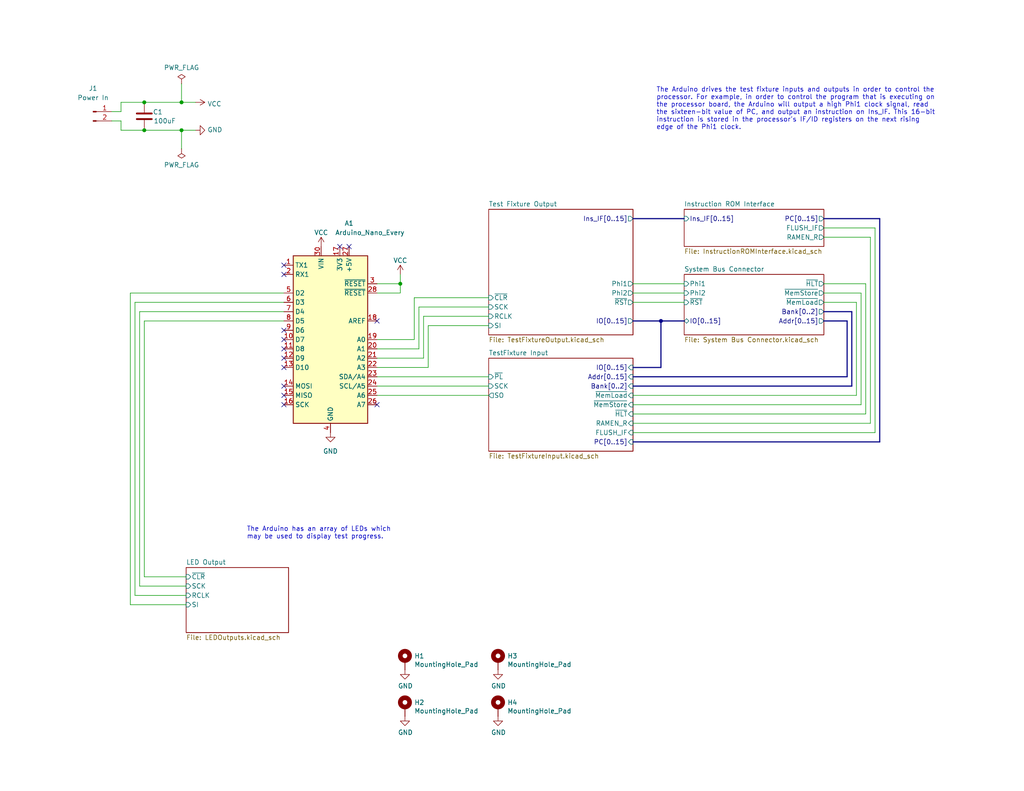
<source format=kicad_sch>
(kicad_sch (version 20250114) (generator "eeschema") (generator_version "9.0")
  (paper "USLetter")
  (title_block (title "Turtle16: Processor Board Test Fixture") (date "2023-11-27") (rev "A") (comment 3 "Tests the processor through the system bus interface.") (comment 4 "Test fixture for the Turtle16 processor board."))
  (lib_symbols
    (symbol "Connector:Conn_01x02_Pin" (pin_names (offset 1.016) (hide yes))
      (property "Reference" "J" (at 0 2.54 0))
      (property "Value" "Conn_01x02_Pin" (at 0 -5.08 0))
      (symbol "Conn_01x02_Pin_1_1"
        (rectangle (start 0.8636 0.127) (end 0 -0.127) (stroke (width 0.1524)) (fill (type outline)))
        (rectangle (start 0.8636 -2.413) (end 0 -2.667) (stroke (width 0.1524)) (fill (type outline)))
        (polyline (pts (xy 1.27 0) (xy 0.8636 0)) (stroke (width 0.1524)))
        (polyline (pts (xy 1.27 -2.54) (xy 0.8636 -2.54)) (stroke (width 0.1524)))
        (pin passive line (at 5.08 0 180) (length 3.81) (name "Pin_1") (number "1"))
        (pin passive line (at 5.08 -2.54 180) (length 3.81) (name "Pin_2") (number "2"))
      )
    )
    (symbol "Device:C" (pin_numbers (hide yes)) (pin_names (offset 0.254))
      (property "Reference" "C" (at 0.635 2.54 0))
      (property "Value" "C" (at 0.635 -2.54 0))
      (symbol "C_0_1"
        (polyline (pts (xy -2.032 0.762) (xy 2.032 0.762)) (stroke (width 0.508)))
        (polyline (pts (xy -2.032 -0.762) (xy 2.032 -0.762)) (stroke (width 0.508)))
      )
      (symbol "C_1_1"
        (pin passive line (at 0 3.81 270) (length 2.794) (name "~") (number "1"))
        (pin passive line (at 0 -3.81 90) (length 2.794) (name "~") (number "2"))
      )
    )
    (symbol "MCU_Module:Arduino_Nano_Every"
      (property "Reference" "A" (at -10.16 23.495 0))
      (property "Value" "Arduino_Nano_Every" (at 5.08 -24.13 0))
      (symbol "Arduino_Nano_Every_0_1"
        (rectangle (start -10.16 22.86) (end 10.16 -22.86) (stroke (width 0.254)) (fill (type background)))
      )
      (symbol "Arduino_Nano_Every_1_1"
        (pin bidirectional line (at -12.7 20.32 0) (length 2.54) (name "TX1") (number "1"))
        (pin bidirectional line (at -12.7 17.78 0) (length 2.54) (name "RX1") (number "2"))
        (pin bidirectional line (at -12.7 12.7 0) (length 2.54) (name "D2") (number "5"))
        (pin bidirectional line (at -12.7 10.16 0) (length 2.54) (name "D3") (number "6"))
        (pin bidirectional line (at -12.7 7.62 0) (length 2.54) (name "D4") (number "7"))
        (pin bidirectional line (at -12.7 5.08 0) (length 2.54) (name "D5") (number "8"))
        (pin bidirectional line (at -12.7 2.54 0) (length 2.54) (name "D6") (number "9"))
        (pin bidirectional line (at -12.7 0 0) (length 2.54) (name "D7") (number "10"))
        (pin bidirectional line (at -12.7 -2.54 0) (length 2.54) (name "D8") (number "11"))
        (pin bidirectional line (at -12.7 -5.08 0) (length 2.54) (name "D9") (number "12"))
        (pin bidirectional line (at -12.7 -7.62 0) (length 2.54) (name "D10") (number "13"))
        (pin bidirectional line (at -12.7 -12.7 0) (length 2.54) (name "MOSI") (number "14"))
        (pin bidirectional line (at -12.7 -15.24 0) (length 2.54) (name "MISO") (number "15"))
        (pin bidirectional line (at -12.7 -17.78 0) (length 2.54) (name "SCK") (number "16"))
        (pin power_in line (at -2.54 25.4 270) (length 2.54) (name "VIN") (number "30"))
        (pin passive line (at 0 -25.4 90) (length 2.54) (hide yes) (name "GND") (number "29"))
        (pin power_in line (at 0 -25.4 90) (length 2.54) (name "GND") (number "4"))
        (pin power_out line (at 2.54 25.4 270) (length 2.54) (name "3V3") (number "17"))
        (pin power_out line (at 5.08 25.4 270) (length 2.54) (name "+5V") (number "27"))
        (pin input line (at 12.7 15.24 180) (length 2.54) (name "~{RESET}") (number "3"))
        (pin input line (at 12.7 12.7 180) (length 2.54) (name "~{RESET}") (number "28"))
        (pin input line (at 12.7 5.08 180) (length 2.54) (name "AREF") (number "18"))
        (pin bidirectional line (at 12.7 0 180) (length 2.54) (name "A0") (number "19"))
        (pin bidirectional line (at 12.7 -2.54 180) (length 2.54) (name "A1") (number "20"))
        (pin bidirectional line (at 12.7 -5.08 180) (length 2.54) (name "A2") (number "21"))
        (pin bidirectional line (at 12.7 -7.62 180) (length 2.54) (name "A3") (number "22"))
        (pin bidirectional line (at 12.7 -10.16 180) (length 2.54) (name "SDA/A4") (number "23"))
        (pin bidirectional line (at 12.7 -12.7 180) (length 2.54) (name "SCL/A5") (number "24"))
        (pin bidirectional line (at 12.7 -15.24 180) (length 2.54) (name "A6") (number "25"))
        (pin bidirectional line (at 12.7 -17.78 180) (length 2.54) (name "A7") (number "26"))
      )
    )
    (symbol "Mechanical:MountingHole_Pad" (pin_numbers (hide yes)) (pin_names (offset 1.016) (hide yes))
      (property "Reference" "H" (at 0 6.35 0))
      (property "Value" "MountingHole_Pad" (at 0 4.445 0))
      (symbol "MountingHole_Pad_0_1"
        (circle (center 0 1.27) (radius 1.27) (stroke (width 1.27)))
      )
      (symbol "MountingHole_Pad_1_1"
        (pin input line (at 0 -2.54 90) (length 2.54) (name "1") (number "1"))
      )
    )
    (symbol "power:GND" (power) (pin_names (offset 0))
      (property "Value" "GND" (at 0 -3.81 0))
      (symbol "GND_0_1"
        (polyline (pts (xy 0 0) (xy 0 -1.27) (xy 1.27 -1.27) (xy 0 -2.54) (xy -1.27 -1.27) (xy 0 -1.27)))
      )
      (symbol "GND_1_1"
        (pin power_in line (at 0 0 270) (length 0) (hide yes) (name "GND") (number "1"))
      )
    )
    (symbol "power:PWR_FLAG" (power) (pin_numbers (hide yes)) (pin_names (offset 0) (hide yes))
      (property "Value" "PWR_FLAG" (at 0 3.81 0))
      (symbol "PWR_FLAG_0_0"
        (pin power_out line (at 0 0 90) (length 0) (name "pwr") (number "1"))
      )
      (symbol "PWR_FLAG_0_1"
        (polyline (pts (xy 0 0) (xy 0 1.27) (xy -1.016 1.905) (xy 0 2.54) (xy 1.016 1.905) (xy 0 1.27)))
      )
    )
    (symbol "power:VCC" (power) (pin_names (offset 0))
      (property "Value" "VCC" (at 0 3.81 0))
      (symbol "VCC_0_1"
        (polyline (pts (xy -0.762 1.27) (xy 0 2.54)))
        (polyline (pts (xy 0 2.54) (xy 0.762 1.27)))
        (polyline (pts (xy 0 0) (xy 0 2.54)))
      )
      (symbol "VCC_1_1"
        (pin power_in line (at 0 0 90) (length 0) (hide yes) (name "VCC") (number "1"))
      )
    )
  )
  (text "The Arduino has an array of LEDs which\nmay be used to display test progress." (at 67.31 147.32 0) (effects (font (size 1.27 1.27)) (justify left bottom)))
  (text "The Arduino drives the test fixture inputs and outputs in order to control the\nprocessor. For example, in order to control the program that is executing on\nthe processor board, the Arduino will output a high Phi1 clock signal, read\nthe sixteen-bit value of PC, and output an instruction on Ins_IF. This 16-bit\ninstruction is stored in the processor's IF/ID registers on the next rising\nedge of the Phi1 clock." (at 179.07 35.56 0) (effects (font (size 1.27 1.27)) (justify left bottom)))
  (junction (at 49.53 35.56))
  (junction (at 39.37 27.94))
  (junction (at 49.53 27.94))
  (junction (at 39.37 35.56))
  (junction (at 109.22 77.47))
  (junction (at 180.34 87.63))
  (no_connect (at 92.71 67.31))
  (no_connect (at 77.47 105.41))
  (no_connect (at 77.47 97.79))
  (no_connect (at 77.47 90.17))
  (no_connect (at 77.47 110.49))
  (no_connect (at 77.47 95.25))
  (no_connect (at 77.47 74.93))
  (no_connect (at 77.47 107.95))
  (no_connect (at 95.25 67.31))
  (no_connect (at 102.87 110.49))
  (no_connect (at 77.47 92.71))
  (no_connect (at 77.47 72.39))
  (no_connect (at 77.47 100.33))
  (no_connect (at 102.87 87.63))
  (wire (pts (xy 234.95 80.01) (xy 224.79 80.01)))
  (wire (pts (xy 224.79 62.23) (xy 238.76 62.23)))
  (wire (pts (xy 53.34 27.94) (xy 49.53 27.94)))
  (wire (pts (xy 233.68 82.55) (xy 233.68 107.95)))
  (bus (pts (xy 224.79 59.69) (xy 240.03 59.69)))
  (wire (pts (xy 33.02 35.56) (xy 39.37 35.56)))
  (wire (pts (xy 172.72 77.47) (xy 186.69 77.47)))
  (wire (pts (xy 172.72 107.95) (xy 233.68 107.95)))
  (wire (pts (xy 115.57 86.36) (xy 115.57 97.79)))
  (wire (pts (xy 133.35 86.36) (xy 115.57 86.36)))
  (bus (pts (xy 224.79 87.63) (xy 231.14 87.63)))
  (wire (pts (xy 114.3 83.82) (xy 114.3 95.25)))
  (wire (pts (xy 30.48 30.48) (xy 33.02 30.48)))
  (wire (pts (xy 102.87 102.87) (xy 133.35 102.87)))
  (wire (pts (xy 172.72 80.01) (xy 186.69 80.01)))
  (bus (pts (xy 172.72 59.69) (xy 186.69 59.69)))
  (bus (pts (xy 240.03 59.69) (xy 240.03 120.65)))
  (wire (pts (xy 38.1 85.09) (xy 38.1 160.02)))
  (wire (pts (xy 172.72 82.55) (xy 186.69 82.55)))
  (wire (pts (xy 237.49 64.77) (xy 224.79 64.77)))
  (wire (pts (xy 102.87 105.41) (xy 133.35 105.41)))
  (wire (pts (xy 36.83 82.55) (xy 77.47 82.55)))
  (wire (pts (xy 237.49 115.57) (xy 172.72 115.57)))
  (bus (pts (xy 172.72 100.33) (xy 180.34 100.33)))
  (bus (pts (xy 180.34 87.63) (xy 180.34 100.33)))
  (wire (pts (xy 102.87 77.47) (xy 109.22 77.47)))
  (bus (pts (xy 180.34 87.63) (xy 186.69 87.63)))
  (wire (pts (xy 49.53 35.56) (xy 53.34 35.56)))
  (wire (pts (xy 237.49 64.77) (xy 237.49 115.57)))
  (wire (pts (xy 39.37 87.63) (xy 39.37 157.48)))
  (wire (pts (xy 236.22 77.47) (xy 236.22 113.03)))
  (wire (pts (xy 102.87 80.01) (xy 109.22 80.01)))
  (wire (pts (xy 133.35 81.28) (xy 113.03 81.28)))
  (wire (pts (xy 224.79 77.47) (xy 236.22 77.47)))
  (wire (pts (xy 35.56 165.1) (xy 50.8 165.1)))
  (bus (pts (xy 240.03 120.65) (xy 172.72 120.65)))
  (wire (pts (xy 38.1 160.02) (xy 50.8 160.02)))
  (wire (pts (xy 234.95 110.49) (xy 234.95 80.01)))
  (wire (pts (xy 133.35 83.82) (xy 114.3 83.82)))
  (wire (pts (xy 113.03 81.28) (xy 113.03 92.71)))
  (wire (pts (xy 172.72 113.03) (xy 236.22 113.03)))
  (wire (pts (xy 36.83 162.56) (xy 50.8 162.56)))
  (wire (pts (xy 102.87 107.95) (xy 133.35 107.95)))
  (wire (pts (xy 172.72 110.49) (xy 234.95 110.49)))
  (wire (pts (xy 39.37 27.94) (xy 49.53 27.94)))
  (wire (pts (xy 115.57 97.79) (xy 102.87 97.79)))
  (wire (pts (xy 36.83 82.55) (xy 36.83 162.56)))
  (wire (pts (xy 30.48 33.02) (xy 33.02 33.02)))
  (wire (pts (xy 133.35 88.9) (xy 116.84 88.9)))
  (wire (pts (xy 35.56 80.01) (xy 77.47 80.01)))
  (wire (pts (xy 33.02 27.94) (xy 33.02 30.48)))
  (wire (pts (xy 49.53 22.86) (xy 49.53 27.94)))
  (wire (pts (xy 33.02 27.94) (xy 39.37 27.94)))
  (wire (pts (xy 35.56 80.01) (xy 35.56 165.1)))
  (bus (pts (xy 232.41 85.09) (xy 232.41 105.41)))
  (wire (pts (xy 114.3 95.25) (xy 102.87 95.25)))
  (wire (pts (xy 172.72 118.11) (xy 238.76 118.11)))
  (bus (pts (xy 224.79 85.09) (xy 232.41 85.09)))
  (wire (pts (xy 39.37 35.56) (xy 49.53 35.56)))
  (bus (pts (xy 231.14 87.63) (xy 231.14 102.87)))
  (wire (pts (xy 116.84 100.33) (xy 102.87 100.33)))
  (wire (pts (xy 38.1 85.09) (xy 77.47 85.09)))
  (wire (pts (xy 109.22 80.01) (xy 109.22 77.47)))
  (wire (pts (xy 39.37 87.63) (xy 77.47 87.63)))
  (wire (pts (xy 113.03 92.71) (xy 102.87 92.71)))
  (wire (pts (xy 238.76 118.11) (xy 238.76 62.23)))
  (wire (pts (xy 224.79 82.55) (xy 233.68 82.55)))
  (bus (pts (xy 172.72 87.63) (xy 180.34 87.63)))
  (wire (pts (xy 116.84 88.9) (xy 116.84 100.33)))
  (wire (pts (xy 109.22 77.47) (xy 109.22 74.93)))
  (wire (pts (xy 49.53 40.64) (xy 49.53 35.56)))
  (bus (pts (xy 172.72 102.87) (xy 231.14 102.87)))
  (bus (pts (xy 172.72 105.41) (xy 232.41 105.41)))
  (wire (pts (xy 39.37 157.48) (xy 50.8 157.48)))
  (wire (pts (xy 33.02 33.02) (xy 33.02 35.56)))
  (symbol (lib_id "power:VCC") (at 53.34 27.94 270) (unit 1)
    (property "Reference" "#PWR01" (effects (hide yes)))
    (property "Value" "VCC" (at 56.5912 28.3718 90) (effects (justify left)))
  )
  (symbol (lib_id "Mechanical:MountingHole_Pad") (at 110.49 180.34 0) (unit 1) (in_bom no)
    (property "Reference" "H1" (at 113.03 179.0954 0) (effects (justify left)))
    (property "Value" "MountingHole_Pad" (at 113.03 181.4068 0) (effects (justify left)))
    (property "Footprint" "MountingHole:MountingHole_3.2mm_M3_Pad" (effects (hide yes)))
  )
  (symbol (lib_id "Mechanical:MountingHole_Pad") (at 135.89 180.34 0) (unit 1) (in_bom no)
    (property "Reference" "H3" (at 138.43 179.0954 0) (effects (justify left)))
    (property "Value" "MountingHole_Pad" (at 138.43 181.4068 0) (effects (justify left)))
    (property "Footprint" "MountingHole:MountingHole_3.2mm_M3_Pad" (effects (hide yes)))
  )
  (symbol (lib_id "Mechanical:MountingHole_Pad") (at 135.89 193.04 0) (unit 1) (in_bom no)
    (property "Reference" "H4" (at 138.43 191.7954 0) (effects (justify left)))
    (property "Value" "MountingHole_Pad" (at 138.43 194.1068 0) (effects (justify left)))
    (property "Footprint" "MountingHole:MountingHole_3.2mm_M3_Pad" (effects (hide yes)))
  )
  (symbol (lib_id "Mechanical:MountingHole_Pad") (at 110.49 193.04 0) (unit 1) (in_bom no)
    (property "Reference" "H2" (at 113.03 191.7954 0) (effects (justify left)))
    (property "Value" "MountingHole_Pad" (at 113.03 194.1068 0) (effects (justify left)))
    (property "Footprint" "MountingHole:MountingHole_3.2mm_M3_Pad" (effects (hide yes)))
  )
  (symbol (lib_id "power:GND") (at 53.34 35.56 90) (unit 1)
    (property "Reference" "#PWR02" (effects (hide yes)))
    (property "Value" "GND" (at 56.5912 35.433 90) (effects (justify right)))
  )
  (symbol (lib_id "Connector:Conn_01x02_Pin") (at 25.4 30.48 0) (unit 1)
    (property "Reference" "J1" (at 25.4 24.13 0))
    (property "Value" "Power In" (at 25.4 26.67 0))
    (property "Footprint" "Connector_Molex:172448-0002" (effects (hide yes)))
    (property "Datasheet" "https://www.molex.com/content/dam/molex/molex-dot-com/products/automated/en-us/salesdrawingpdf/172/172448/1724480002_sd.pdf" (effects (hide yes)))
    (property "Manufacturer" "Molex" (effects (hide yes)))
    (property "Manufacturer#" "172448-0002" (effects (hide yes)))
    (property "Mouser#" "538-172448-0002" (effects (hide yes)))
    (property "Digikey#" "WM16206-ND" (effects (hide yes)))
  )
  (symbol (lib_id "power:PWR_FLAG") (at 49.53 40.64 180) (unit 1)
    (property "Reference" "#FLG02" (effects (hide yes)))
    (property "Value" "PWR_FLAG" (at 49.53 45.0342 0))
  )
  (symbol (lib_id "power:GND") (at 90.17 118.11 0) (unit 1)
    (property "Reference" "#PWR04" (effects (hide yes)))
    (property "Value" "GND" (at 90.17 123.19 0))
  )
  (symbol (lib_id "power:GND") (at 110.49 182.88 0) (unit 1)
    (property "Reference" "#PWR05" (effects (hide yes)))
    (property "Value" "GND" (at 110.617 187.2742 0))
  )
  (symbol (lib_id "Device:C") (at 39.37 31.75 0) (unit 1)
    (property "Reference" "C1" (at 41.7068 30.5816 0) (effects (justify left)))
    (property "Value" "100uF" (at 41.91 33.02 0) (effects (justify left)))
    (property "Footprint" "Capacitor_SMD:C_1206_3216Metric" (effects (hide yes)))
    (property "Datasheet" "https://www.yuden.co.jp/productdata/catalog/mlcc06_e.pdf" (effects (hide yes)))
    (property "Manufacturer" "Taiyo Yuden" (effects (hide yes)))
    (property "Manufacturer#" "AMK316ABJ107ML-T" (effects (hide yes)))
    (property "Mouser#" "963-AMK316ABJ107ML-T" (effects (hide yes)))
    (property "Digikey#" "587-AMK316ABJ107ML-TCT-ND" (effects (hide yes)))
  )
  (symbol (lib_id "power:VCC") (at 87.63 67.31 0) (unit 1)
    (property "Reference" "#PWR03" (effects (hide yes)))
    (property "Value" "VCC" (at 87.63 63.5 0))
  )
  (symbol (lib_id "MCU_Module:Arduino_Nano_Every") (at 90.17 92.71 0) (unit 1)
    (property "Reference" "A1" (at 93.98 60.96 0) (effects (justify left)))
    (property "Value" "Arduino_Nano_Every" (at 91.44 63.5 0) (effects (justify left)))
    (property "Footprint" "Module:Arduino_Nano" (effects (hide yes)))
    (property "Datasheet" "https://content.arduino.cc/assets/NANOEveryV3.0_sch.pdf" (effects (hide yes)))
  )
  (symbol (lib_id "power:VCC") (at 109.22 74.93 0) (unit 1)
    (property "Reference" "#PWR07" (effects (hide yes)))
    (property "Value" "VCC" (at 109.22 71.12 0))
  )
  (symbol (lib_id "power:GND") (at 135.89 182.88 0) (unit 1)
    (property "Reference" "#PWR08" (effects (hide yes)))
    (property "Value" "GND" (at 136.017 187.2742 0))
  )
  (symbol (lib_id "power:PWR_FLAG") (at 49.53 22.86 0) (unit 1)
    (property "Reference" "#FLG01" (effects (hide yes)))
    (property "Value" "PWR_FLAG" (at 49.53 18.4658 0))
  )
  (symbol (lib_id "power:GND") (at 110.49 195.58 0) (unit 1)
    (property "Reference" "#PWR06" (effects (hide yes)))
    (property "Value" "GND" (at 110.617 199.9742 0))
  )
  (symbol (lib_id "power:GND") (at 135.89 195.58 0) (unit 1)
    (property "Reference" "#PWR09" (effects (hide yes)))
    (property "Value" "GND" (at 136.017 199.9742 0))
  )
  (sheet (at 186.69 57.15) (size 38.1 10.16) (stroke (width 0.1524))
    (property "Sheetname" "Instruction ROM Interface" (at 186.69 56.4384 0) (effects (justify left bottom)))
    (property "Sheetfile" "InstructionROMInterface.kicad_sch" (at 186.69 67.8946 0) (effects (justify left top)))
    (pin "RAMEN_R" output (at 224.79 64.77 0))
    (pin "FLUSH_IF" output (at 224.79 62.23 0))
    (pin "PC[0..15]" output (at 224.79 59.69 0))
    (pin "Ins_IF[0..15]" input (at 186.69 59.69 180))
  )
  (sheet (at 133.35 57.15) (size 39.37 34.29) (stroke (width 0.1524))
    (property "Sheetname" "Test Fixture Output" (at 133.35 56.4384 0) (effects (justify left bottom)))
    (property "Sheetfile" "TestFixtureOutput.kicad_sch" (at 133.35 92.0246 0) (effects (justify left top)))
    (pin "~{CLR}" input (at 133.35 81.28 180))
    (pin "SCK" input (at 133.35 83.82 180))
    (pin "RCLK" input (at 133.35 86.36 180))
    (pin "SI" input (at 133.35 88.9 180))
    (pin "IO[0..15]" output (at 172.72 87.63 0))
    (pin "Phi1" output (at 172.72 77.47 0))
    (pin "~{RST}" output (at 172.72 82.55 0))
    (pin "Phi2" output (at 172.72 80.01 0))
    (pin "Ins_IF[0..15]" output (at 172.72 59.69 0))
  )
  (sheet (at 133.35 97.79) (size 39.37 25.4) (stroke (width 0.1524))
    (property "Sheetname" "TestFixture Input" (at 133.35 97.0784 0) (effects (justify left bottom)))
    (property "Sheetfile" "TestFixtureInput.kicad_sch" (at 133.35 123.7746 0) (effects (justify left top)))
    (pin "Addr[0..15]" input (at 172.72 102.87 0))
    (pin "SCK" input (at 133.35 105.41 180))
    (pin "~{PL}" input (at 133.35 102.87 180))
    (pin "Bank[0..2]" input (at 172.72 105.41 0))
    (pin "~{MemStore}" input (at 172.72 110.49 0))
    (pin "~{MemLoad}" input (at 172.72 107.95 0))
    (pin "SO" output (at 133.35 107.95 180))
    (pin "IO[0..15]" input (at 172.72 100.33 0))
    (pin "~{HLT}" input (at 172.72 113.03 0))
    (pin "FLUSH_IF" input (at 172.72 118.11 0))
    (pin "RAMEN_R" input (at 172.72 115.57 0))
    (pin "PC[0..15]" input (at 172.72 120.65 0))
  )
  (sheet (at 186.69 74.93) (size 38.1 16.51)
    (property "Sheetname" "System Bus Connector" (at 186.69 74.2184 0) (effects (justify left bottom)))
    (property "Sheetfile" "System Bus Connector.kicad_sch" (at 186.69 92.0246 0) (effects (justify left top)))
    (pin "IO[0..15]" tri_state (at 186.69 87.63 180))
    (pin "Addr[0..15]" output (at 224.79 87.63 0))
    (pin "~{MemLoad}" output (at 224.79 82.55 0))
    (pin "~{MemStore}" output (at 224.79 80.01 0))
    (pin "Phi1" input (at 186.69 77.47 180))
    (pin "Phi2" input (at 186.69 80.01 180))
    (pin "~{RST}" input (at 186.69 82.55 180))
    (pin "Bank[0..2]" output (at 224.79 85.09 0))
    (pin "~{HLT}" output (at 224.79 77.47 0))
  )
  (sheet (at 50.8 154.94) (size 27.94 17.78) (stroke (width 0.1524))
    (property "Sheetname" "LED Output" (at 50.8 154.2284 0) (effects (justify left bottom)))
    (property "Sheetfile" "LEDOutputs.kicad_sch" (at 50.8 173.3046 0) (effects (justify left top)))
    (pin "SI" input (at 50.8 165.1 180))
    (pin "SCK" input (at 50.8 160.02 180))
    (pin "~{CLR}" input (at 50.8 157.48 180))
    (pin "RCLK" input (at 50.8 162.56 180))
  )
)
</source>
